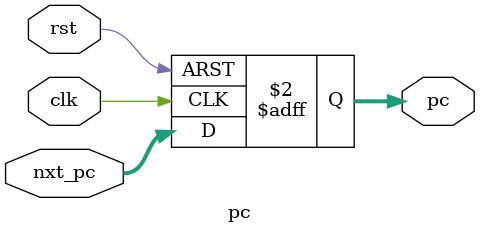
<source format=v>
module pc (
  input             clk,
  input             rst,
  input      [31:0] nxt_pc,
  output reg [31:0] pc
);
always @(negedge clk, posedge rst) begin
  if (rst) begin
    pc <= 32'b0;
  end
  else begin
    pc <= nxt_pc;
  end
end
    
endmodule
</source>
